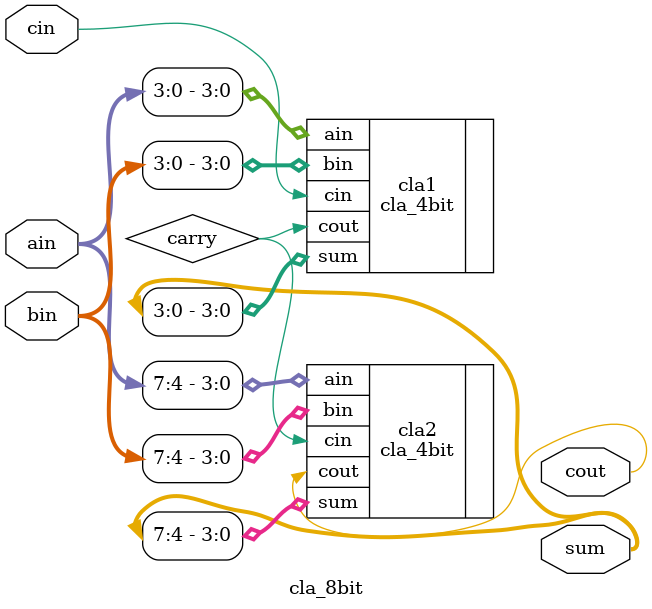
<source format=v>
module cla_8bit (
	output [7:0] sum,
	output cout,
	input [7:0] ain,
	input [7:0] bin,
	input cin
);
	
	wire [7:0] prop;
	wire [7:0] gen;
	wire carry;
	
	cla_4bit cla1 (
		.sum(sum[3:0]),
		.cout(carry),
		.ain(ain[3:0]),
		.bin(bin[3:0]),
		.cin(cin)
	);
	
	cla_4bit cla2 (
		.sum(sum[7:4]),
		.cout(cout),
		.ain(ain[7:4]),
		.bin(bin[7:4]),
		.cin(carry)
	);
	
endmodule
</source>
